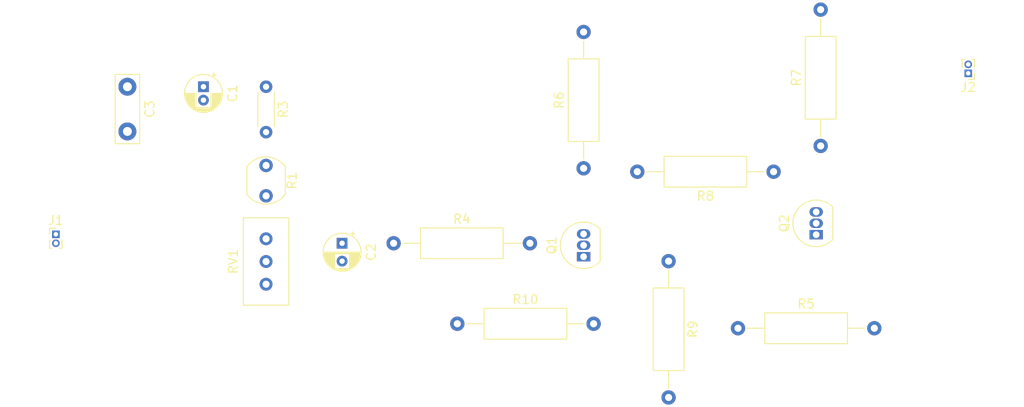
<source format=kicad_pcb>
(kicad_pcb (version 20240108) (generator "pcbnew") (generator_version "8.0")
  (layers (0 "F.Cu" jumper) (31 "B.Cu" signal) (34 "B.Paste" user) (35 "F.Paste" user) (36 "B.SilkS" user "B.Silkscreen") (37 "F.SilkS" user "F.Silkscreen") (38 "B.Mask" user) (39 "F.Mask" user) (44 "Edge.Cuts" user))
  (net 0 "")
  (net 1 "Net-(Q1-B)")
  (net 2 "Net-(Q1-C)")
  (net 3 "Net-(Q2-B)")
  (net 4 "/Vout -")
  (net 5 "Net-(R1-Pad1)")
  (net 6 "Net-(C2-Pad1)")
  (net 8 "Net-(R10-Pad2)")
  (net 9 "Net-(Q1-E)")
  (net 10 "+3.3V")
  (net 11 "GND")
  (footprint "Resistor_THT:R_Axial_DIN0309_L9.0mm_D3.2mm_P15.24mm_Horizontal" (layer "F.Cu") (at 111.76 88.5)
    (property "Reference" "R4" (at 7.62 -2.72 0) (layer "F.SilkS"))
    (property "Value" "22k")
    (fp_line (start 1.04 0) (end 3 0) (stroke (width 0.12)) (layer "F.SilkS"))
    (fp_line (start 3 -1.72) (end 3 1.72) (stroke (width 0.12)) (layer "F.SilkS"))
    (fp_line (start 3 1.72) (end 12.24 1.72) (stroke (width 0.12)) (layer "F.SilkS"))
    (fp_line (start 12.24 -1.72) (end 3 -1.72) (stroke (width 0.12)) (layer "F.SilkS"))
    (fp_line (start 12.24 1.72) (end 12.24 -1.72) (stroke (width 0.12)) (layer "F.SilkS"))
    (fp_line (start 14.2 0) (end 12.24 0) (stroke (width 0.12)) (layer "F.SilkS"))
    (pad "1" thru_hole circle (at 0 0) (size 1.6 1.6) (drill 0.8) (layers "*.Cu" "*.Mask") (net 6 "Net-(C2-Pad1)"))
    (pad "2" thru_hole oval (at 15.24 0) (size 1.6 1.6) (drill 0.8) (layers "*.Cu" "*.Mask") (net 1 "Net-(Q1-B)"))
  )
  (footprint "Resistor_THT:R_Axial_DIN0309_L9.0mm_D3.2mm_P15.24mm_Horizontal" (layer "F.Cu") (at 150.26 98)
    (property "Reference" "R5" (at 7.62 -2.72 0) (layer "F.SilkS"))
    (property "Value" "R")
    (fp_line (start 1.04 0) (end 3 0) (stroke (width 0.12)) (layer "F.SilkS"))
    (fp_line (start 3 -1.72) (end 3 1.72) (stroke (width 0.12)) (layer "F.SilkS"))
    (fp_line (start 3 1.72) (end 12.24 1.72) (stroke (width 0.12)) (layer "F.SilkS"))
    (fp_line (start 12.24 -1.72) (end 3 -1.72) (stroke (width 0.12)) (layer "F.SilkS"))
    (fp_line (start 12.24 1.72) (end 12.24 -1.72) (stroke (width 0.12)) (layer "F.SilkS"))
    (fp_line (start 14.2 0) (end 12.24 0) (stroke (width 0.12)) (layer "F.SilkS"))
    (pad "1" thru_hole circle (at 0 0) (size 1.6 1.6) (drill 0.8) (layers "*.Cu" "*.Mask") (net 8 "Net-(R10-Pad2)"))
    (pad "2" thru_hole oval (at 15.24 0) (size 1.6 1.6) (drill 0.8) (layers "*.Cu" "*.Mask") (net 4 "/Vout -"))
  )
  (footprint "Capacitor_THT:C_Disc_D7.5mm_W2.5mm_P5.00mm" (layer "F.Cu") (at 82 71 -90)
    (property "Reference" "C3" (at 2.5 -2.5 90) (layer "F.SilkS"))
    (property "Value" "104n")
    (fp_line (start -1.37 1.37) (end 6.37 1.37) (stroke (width 0.12)) (layer "F.SilkS"))
    (fp_line (start -1.37 -1.37) (end -1.37 1.37) (stroke (width 0.12)) (layer "F.SilkS"))
    (fp_line (start -1.37 -1.37) (end 6.37 -1.37) (stroke (width 0.12)) (layer "F.SilkS"))
    (fp_line (start 6.37 -1.37) (end 6.37 1.37) (stroke (width 0.12)) (layer "F.SilkS"))
    (pad "1" thru_hole circle (at 0 0 270) (size 2 2) (drill 1) (layers "*.Cu" "*.Mask") (net 10 "+3.3V"))
    (pad "2" thru_hole circle (at 5 0 270) (size 2 2) (drill 1) (layers "*.Cu" "*.Mask") (net 11 "GND"))
  )
  (footprint "Connector_PinHeader_1.00mm:PinHeader_1x02_P1.00mm_Vertical" (layer "F.Cu") (at 74 87.5)
    (property "Reference" "J1" (at 0 -1.56 360) (layer "F.SilkS"))
    (property "Value" "Conn_01x02_Pin")
    (fp_line (start -0.695 -0.685) (end 0 -0.685) (stroke (width 0.12)) (layer "F.SilkS"))
    (fp_line (start -0.695 0) (end -0.695 -0.685) (stroke (width 0.12)) (layer "F.SilkS"))
    (fp_line (start -0.695 0.685) (end -0.695 1.56) (stroke (width 0.12)) (layer "F.SilkS"))
    (fp_line (start -0.695 0.685) (end -0.608276 0.685) (stroke (width 0.12)) (layer "F.SilkS"))
    (fp_line (start -0.695 1.56) (end -0.394493 1.56) (stroke (width 0.12)) (layer "F.SilkS"))
    (fp_line (start 0.394493 1.56) (end 0.695 1.56) (stroke (width 0.12)) (layer "F.SilkS"))
    (fp_line (start 0.608276 0.685) (end 0.695 0.685) (stroke (width 0.12)) (layer "F.SilkS"))
    (fp_line (start 0.695 0.685) (end 0.695 1.56) (stroke (width 0.12)) (layer "F.SilkS"))
    (pad "1" thru_hole rect (at 0 0) (size 0.85 0.85) (drill 0.5) (layers "*.Cu" "*.Mask") (net 10 "+3.3V"))
    (pad "2" thru_hole oval (at 0 1) (size 0.85 0.85) (drill 0.5) (layers "*.Cu" "*.Mask") (net 11 "GND"))
  )
  (footprint "Resistor_THT:R_Axial_DIN0309_L9.0mm_D3.2mm_P15.24mm_Horizontal" (layer "F.Cu") (at 118.88 97.5)
    (property "Reference" "R10" (at 7.62 -2.72 0) (layer "F.SilkS"))
    (property "Value" "R")
    (fp_line (start 1.04 0) (end 3 0) (stroke (width 0.12)) (layer "F.SilkS"))
    (fp_line (start 3 -1.72) (end 3 1.72) (stroke (width 0.12)) (layer "F.SilkS"))
    (fp_line (start 3 1.72) (end 12.24 1.72) (stroke (width 0.12)) (layer "F.SilkS"))
    (fp_line (start 12.24 -1.72) (end 3 -1.72) (stroke (width 0.12)) (layer "F.SilkS"))
    (fp_line (start 12.24 1.72) (end 12.24 -1.72) (stroke (width 0.12)) (layer "F.SilkS"))
    (fp_line (start 14.2 0) (end 12.24 0) (stroke (width 0.12)) (layer "F.SilkS"))
    (pad "1" thru_hole circle (at 0 0) (size 1.6 1.6) (drill 0.8) (layers "*.Cu" "*.Mask") (net 1 "Net-(Q1-B)"))
    (pad "2" thru_hole oval (at 15.24 0) (size 1.6 1.6) (drill 0.8) (layers "*.Cu" "*.Mask") (net 8 "Net-(R10-Pad2)"))
  )
  (footprint "Resistor_THT:R_Axial_DIN0204_L3.6mm_D1.6mm_P5.08mm_Horizontal" (layer "F.Cu") (at 97.5 71 -90)
    (property "Reference" "R3" (at 2.54 -1.92 90) (layer "F.SilkS"))
    (property "Value" "10k")
    (fp_line (start 0.62 0.92) (end 4.46 0.92) (stroke (width 0.12)) (layer "F.SilkS"))
    (fp_line (start 0.62 -0.92) (end 4.46 -0.92) (stroke (width 0.12)) (layer "F.SilkS"))
    (pad "1" thru_hole circle (at 0 0 270) (size 1.4 1.4) (drill 0.7) (layers "*.Cu" "*.Mask") (net 10 "+3.3V"))
    (pad "2" thru_hole oval (at 5.08 0 270) (size 1.4 1.4) (drill 0.7) (layers "*.Cu" "*.Mask") (net 5 "Net-(R1-Pad1)"))
  )
  (footprint "Package_TO_SOT_THT:TO-92_Inline" (layer "F.Cu") (at 133 90 90)
    (property "Reference" "Q1" (at 1.27 -3.56 270) (layer "F.SilkS"))
    (property "Value" "PN2222A")
    (fp_line (start -0.53 1.85) (end 3.07 1.85) (stroke (width 0.12)) (layer "F.SilkS"))
    (fp_arc (start 1.27 -2.6) (mid 3.672087 -0.994977) (end 3.108478 1.838478) (stroke (width 0.12)) (layer "F.SilkS"))
    (fp_arc (start -0.568478 1.838478) (mid -1.132087 -0.994977) (end 1.27 -2.6) (stroke (width 0.12)) (layer "F.SilkS"))
    (pad "1" thru_hole rect (at 0 0 90) (size 1.05 1.5) (drill 0.75) (layers "*.Cu" "*.Mask") (net 9 "Net-(Q1-E)"))
    (pad "2" thru_hole oval (at 1.27 0 90) (size 1.05 1.5) (drill 0.75) (layers "*.Cu" "*.Mask") (net 1 "Net-(Q1-B)"))
    (pad "3" thru_hole oval (at 2.54 0 90) (size 1.05 1.5) (drill 0.75) (layers "*.Cu" "*.Mask") (net 2 "Net-(Q1-C)"))
  )
  (footprint "Resistor_THT:R_Axial_DIN0309_L9.0mm_D3.2mm_P15.24mm_Horizontal" (layer "F.Cu") (at 159.5 77.62 90)
    (property "Reference" "R7" (at 7.62 -2.72 270) (layer "F.SilkS"))
    (property "Value" "10k")
    (fp_line (start 12.24 -1.72) (end 3 -1.72) (stroke (width 0.12)) (layer "F.SilkS"))
    (fp_line (start 3 -1.72) (end 3 1.72) (stroke (width 0.12)) (layer "F.SilkS"))
    (fp_line (start 14.2 0) (end 12.24 0) (stroke (width 0.12)) (layer "F.SilkS"))
    (fp_line (start 1.04 0) (end 3 0) (stroke (width 0.12)) (layer "F.SilkS"))
    (fp_line (start 12.24 1.72) (end 12.24 -1.72) (stroke (width 0.12)) (layer "F.SilkS"))
    (fp_line (start 3 1.72) (end 12.24 1.72) (stroke (width 0.12)) (layer "F.SilkS"))
    (pad "1" thru_hole circle (at 0 0 90) (size 1.6 1.6) (drill 0.8) (layers "*.Cu" "*.Mask") (net 4 "/Vout -"))
    (pad "2" thru_hole oval (at 15.24 0 90) (size 1.6 1.6) (drill 0.8) (layers "*.Cu" "*.Mask") (net 10 "+3.3V"))
  )
  (footprint "Resistor_THT:R_Axial_DIN0309_L9.0mm_D3.2mm_P15.24mm_Horizontal" (layer "F.Cu") (at 133 80.12 90)
    (property "Reference" "R6" (at 7.62 -2.72 270) (layer "F.SilkS"))
    (property "Value" "12k")
    (fp_line (start 12.24 -1.72) (end 3 -1.72) (stroke (width 0.12)) (layer "F.SilkS"))
    (fp_line (start 3 -1.72) (end 3 1.72) (stroke (width 0.12)) (layer "F.SilkS"))
    (fp_line (start 14.2 0) (end 12.24 0) (stroke (width 0.12)) (layer "F.SilkS"))
    (fp_line (start 1.04 0) (end 3 0) (stroke (width 0.12)) (layer "F.SilkS"))
    (fp_line (start 12.24 1.72) (end 12.24 -1.72) (stroke (width 0.12)) (layer "F.SilkS"))
    (fp_line (start 3 1.72) (end 12.24 1.72) (stroke (width 0.12)) (layer "F.SilkS"))
    (pad "1" thru_hole circle (at 0 0 90) (size 1.6 1.6) (drill 0.8) (layers "*.Cu" "*.Mask") (net 2 "Net-(Q1-C)"))
    (pad "2" thru_hole oval (at 15.24 0 90) (size 1.6 1.6) (drill 0.8) (layers "*.Cu" "*.Mask") (net 10 "+3.3V"))
  )
  (footprint "OptoDevice:R_LDR_5.1x4.3mm_P3.4mm_Vertical" (layer "F.Cu") (at 97.5 79.8 -90)
    (property "Reference" "R1" (at 1.7 -2.9 90) (layer "F.SilkS"))
    (property "Value" "50k")
    (fp_line (start 0.15 2.15) (end 3.2 2.15) (stroke (width 0.12)) (layer "F.SilkS"))
    (fp_line (start 0.15 -2.15) (end 3.2 -2.15) (stroke (width 0.12)) (layer "F.SilkS"))
    (fp_arc (start 0.15 2.15) (mid -0.950438 -0.013368) (end 0.171766 -2.165525) (stroke (width 0.12)) (layer "F.SilkS"))
    (fp_arc (start 3.2 -2.15) (mid 4.321403 -0.027338) (end 3.244513 2.118249) (stroke (width 0.12)) (layer "F.SilkS"))
    (pad "1" thru_hole circle (at 0 0 270) (size 1.5 1.5) (drill 0.8) (layers "*.Cu" "*.Mask") (net 5 "Net-(R1-Pad1)"))
    (pad "2" thru_hole circle (at 3.4 0 270) (size 1.5 1.5) (drill 0.8) (layers "*.Cu" "*.Mask") (net 6 "Net-(C2-Pad1)"))
  )
  (footprint "Potentiometer_THT:Potentiometer_Bourns_3296W_Vertical" (layer "F.Cu") (at 97.5 88 90)
    (property "Reference" "RV1" (at -2.54 -3.66 270) (layer "F.SilkS"))
    (property "Value" "50k")
    (fp_line (start 2.345 -2.53) (end 2.345 2.54) (stroke (width 0.12)) (layer "F.SilkS"))
    (fp_line (start -7.425 -2.53) (end 2.345 -2.53) (stroke (width 0.12)) (layer "F.SilkS"))
    (fp_line (start -7.425 -2.53) (end -7.425 2.54) (stroke (width 0.12)) (layer "F.SilkS"))
    (fp_line (start -7.425 2.54) (end 2.345 2.54) (stroke (width 0.12)) (layer "F.SilkS"))
    (pad "1" thru_hole circle (at 0 0 90) (size 1.44 1.44) (drill 0.8) (layers "*.Cu" "*.Mask") (net 6 "Net-(C2-Pad1)"))
    (pad "2" thru_hole circle (at -2.54 0 90) (size 1.44 1.44) (drill 0.8) (layers "*.Cu" "*.Mask") (net 11 "GND"))
    (pad "3" thru_hole circle (at -5.08 0 90) (size 1.44 1.44) (drill 0.8) (layers "*.Cu" "*.Mask"))
  )
  (footprint "Resistor_THT:R_Axial_DIN0309_L9.0mm_D3.2mm_P15.24mm_Horizontal" (layer "F.Cu") (at 154.24 80.5 180)
    (property "Reference" "R8" (at 7.62 -2.72 180) (layer "F.SilkS"))
    (property "Value" "22k")
    (fp_line (start 14.2 0) (end 12.24 0) (stroke (width 0.12)) (layer "F.SilkS"))
    (fp_line (start 12.24 1.72) (end 12.24 -1.72) (stroke (width 0.12)) (layer "F.SilkS"))
    (fp_line (start 12.24 -1.72) (end 3 -1.72) (stroke (width 0.12)) (layer "F.SilkS"))
    (fp_line (start 3 1.72) (end 12.24 1.72) (stroke (width 0.12)) (layer "F.SilkS"))
    (fp_line (start 3 -1.72) (end 3 1.72) (stroke (width 0.12)) (layer "F.SilkS"))
    (fp_line (start 1.04 0) (end 3 0) (stroke (width 0.12)) (layer "F.SilkS"))
    (pad "1" thru_hole circle (at 0 0 180) (size 1.6 1.6) (drill 0.8) (layers "*.Cu" "*.Mask") (net 3 "Net-(Q2-B)"))
    (pad "2" thru_hole oval (at 15.24 0 180) (size 1.6 1.6) (drill 0.8) (layers "*.Cu" "*.Mask") (net 2 "Net-(Q1-C)"))
  )
  (footprint "Resistor_THT:R_Axial_DIN0309_L9.0mm_D3.2mm_P15.24mm_Horizontal" (layer "F.Cu") (at 142.5 90.5 -90)
    (property "Reference" "R9" (at 7.62 -2.72 90) (layer "F.SilkS"))
    (property "Value" "100")
    (fp_line (start 3 1.72) (end 12.24 1.72) (stroke (width 0.12)) (layer "F.SilkS"))
    (fp_line (start 12.24 1.72) (end 12.24 -1.72) (stroke (width 0.12)) (layer "F.SilkS"))
    (fp_line (start 1.04 0) (end 3 0) (stroke (width 0.12)) (layer "F.SilkS"))
    (fp_line (start 14.2 0) (end 12.24 0) (stroke (width 0.12)) (layer "F.SilkS"))
    (fp_line (start 3 -1.72) (end 3 1.72) (stroke (width 0.12)) (layer "F.SilkS"))
    (fp_line (start 12.24 -1.72) (end 3 -1.72) (stroke (width 0.12)) (layer "F.SilkS"))
    (pad "1" thru_hole circle (at 0 0 270) (size 1.6 1.6) (drill 0.8) (layers "*.Cu" "*.Mask") (net 9 "Net-(Q1-E)"))
    (pad "2" thru_hole oval (at 15.24 0 270) (size 1.6 1.6) (drill 0.8) (layers "*.Cu" "*.Mask") (net 11 "GND"))
  )
  (footprint "Capacitor_THT:CP_Radial_D4.0mm_P2.00mm" (layer "F.Cu") (at 106 88.5 -90)
    (property "Reference" "C2" (at 1 -3.25 90) (layer "F.SilkS"))
    (property "Value" "47u")
    (fp_line (start 1.2 0.84) (end 1.2 2.071) (stroke (width 0.12)) (layer "F.SilkS"))
    (fp_line (start 1.24 0.84) (end 1.24 2.067) (stroke (width 0.12)) (layer "F.SilkS"))
    (fp_line (start 1.28 0.84) (end 1.28 2.062) (stroke (width 0.12)) (layer "F.SilkS"))
    (fp_line (start 1.32 0.84) (end 1.32 2.056) (stroke (width 0.12)) (layer "F.SilkS"))
    (fp_line (start 1.36 0.84) (end 1.36 2.05) (stroke (width 0.12)) (layer "F.SilkS"))
    (fp_line (start 1.4 0.84) (end 1.4 2.042) (stroke (width 0.12)) (layer "F.SilkS"))
    (fp_line (start 1.44 0.84) (end 1.44 2.034) (stroke (width 0.12)) (layer "F.SilkS"))
    (fp_line (start 1.48 0.84) (end 1.48 2.025) (stroke (width 0.12)) (layer "F.SilkS"))
    (fp_line (start 1.52 0.84) (end 1.52 2.016) (stroke (width 0.12)) (layer "F.SilkS"))
    (fp_line (start 1.56 0.84) (end 1.56 2.005) (stroke (width 0.12)) (layer "F.SilkS"))
    (fp_line (start 1.6 0.84) (end 1.6 1.994) (stroke (width 0.12)) (layer "F.SilkS"))
    (fp_line (start 1.64 0.84) (end 1.64 1.982) (stroke (width 0.12)) (layer "F.SilkS"))
    (fp_line (start 1.68 0.84) (end 1.68 1.968) (stroke (width 0.12)) (layer "F.SilkS"))
    (fp_line (start 1.721 0.84) (end 1.721 1.954) (stroke (width 0.12)) (layer "F.SilkS"))
    (fp_line (start 1.761 0.84) (end 1.761 1.94) (stroke (width 0.12)) (layer "F.SilkS"))
    (fp_line (start 1.801 0.84) (end 1.801 1.924) (stroke (width 0.12)) (layer "F.SilkS"))
    (fp_line (start 1.841 0.84) (end 1.841 1.907) (stroke (width 0.12)) (layer "F.SilkS"))
    (fp_line (start 1.881 0.84) (end 1.881 1.889) (stroke (width 0.12)) (layer "F.SilkS"))
    (fp_line (start 1.921 0.84) (end 1.921 1.87) (stroke (width 0.12)) (layer "F.SilkS"))
    (fp_line (start 1.961 0.84) (end 1.961 1.851) (stroke (width 0.12)) (layer "F.SilkS"))
    (fp_line (start 2.001 0.84) (end 2.001 1.83) (stroke (width 0.12)) (layer "F.SilkS"))
    (fp_line (start 2.041 0.84) (end 2.041 1.808) (stroke (width 0.12)) (layer "F.SilkS"))
    (fp_line (start 2.081 0.84) (end 2.081 1.785) (stroke (width 0.12)) (layer "F.SilkS"))
    (fp_line (start 2.121 0.84) (end 2.121 1.76) (stroke (width 0.12)) (layer "F.SilkS"))
    (fp_line (start 2.161 0.84) (end 2.161 1.735) (stroke (width 0.12)) (layer "F.SilkS"))
    (fp_line (start 2.201 0.84) (end 2.201 1.708) (stroke (width 0.12)) (layer "F.SilkS"))
    (fp_line (start 2.241 0.84) (end 2.241 1.68) (stroke (width 0.12)) (layer "F.SilkS"))
    (fp_line (start 2.281 0.84) (end 2.281 1.65) (stroke (width 0.12)) (layer "F.SilkS"))
    (fp_line (start 2.321 0.84) (end 2.321 1.619) (stroke (width 0.12)) (layer "F.SilkS"))
    (fp_line (start 2.361 0.84) (end 2.361 1.587) (stroke (width 0.12)) (layer "F.SilkS"))
    (fp_line (start 2.401 0.84) (end 2.401 1.552) (stroke (width 0.12)) (layer "F.SilkS"))
    (fp_line (start 2.441 0.84) (end 2.441 1.516) (stroke (width 0.12)) (layer "F.SilkS"))
    (fp_line (start 2.481 0.84) (end 2.481 1.478) (stroke (width 0.12)) (layer "F.SilkS"))
    (fp_line (start 2.521 0.84) (end 2.521 1.438) (stroke (width 0.12)) (layer "F.SilkS"))
    (fp_line (start 2.561 0.84) (end 2.561 1.396) (stroke (width 0.12)) (layer "F.SilkS"))
    (fp_line (start 2.601 0.84) (end 2.601 1.351) (stroke (width 0.12)) (layer "F.SilkS"))
    (fp_line (start 2.641 0.84) (end 2.641 1.304) (stroke (width 0.12)) (layer "F.SilkS"))
    (fp_line (start 2.681 0.84) (end 2.681 1.254) (stroke (width 0.12)) (layer "F.SilkS"))
    (fp_line (start 2.721 0.84) (end 2.721 1.2) (stroke (width 0.12)) (layer "F.SilkS"))
    (fp_line (start 2.761 0.84) (end 2.761 1.142) (stroke (width 0.12)) (layer "F.SilkS"))
    (fp_line (start 2.801 0.84) (end 2.801 1.08) (stroke (width 0.12)) (layer "F.SilkS"))
    (fp_line (start 3.081 -0.37) (end 3.081 0.37) (stroke (width 0.12)) (layer "F.SilkS"))
    (fp_line (start 3.041 -0.537) (end 3.041 0.537) (stroke (width 0.12)) (layer "F.SilkS"))
    (fp_line (start 3.001 -0.664) (end 3.001 0.664) (stroke (width 0.12)) (layer "F.SilkS"))
    (fp_line (start 2.961 -0.768) (end 2.961 0.768) (stroke (width 0.12)) (layer "F.SilkS"))
    (fp_line (start 2.921 -0.859) (end 2.921 0.859) (stroke (width 0.12)) (layer "F.SilkS"))
    (fp_line (start 2.881 -0.94) (end 2.881 0.94) (stroke (width 0.12)) (layer "F.SilkS"))
    (fp_line (start 2.841 -1.013) (end 2.841 1.013) (stroke (width 0.12)) (layer "F.SilkS"))
    (fp_line (start 2.801 -1.08) (end 2.801 -0.84) (stroke (width 0.12)) (layer "F.SilkS"))
    (fp_line (start 2.761 -1.142) (end 2.761 -0.84) (stroke (width 0.12)) (layer "F.SilkS"))
    (fp_line (start -1.269801 -1.195) (end -0.869801 -1.195) (stroke (width 0.12)) (layer "F.SilkS"))
    (fp_line (start 2.721 -1.2) (end 2.721 -0.84) (stroke (width 0.12)) (layer "F.SilkS"))
    (fp_line (start 2.681 -1.254) (end 2.681 -0.84) (stroke (width 0.12)) (layer "F.SilkS"))
    (fp_line (start 2.641 -1.304) (end 2.641 -0.84) (stroke (width 0.12)) (layer "F.SilkS"))
    (fp_line (start 2.601 -1.351) (end 2.601 -0.84) (stroke (width 0.12)) (layer "F.SilkS"))
    (fp_line (start -1.069801 -1.395) (end -1.069801 -0.995) (stroke (width 0.12)) (layer "F.SilkS"))
    (fp_line (start 2.561 -1.396) (end 2.561 -0.84) (stroke (width 0.12)) (layer "F.SilkS"))
    (fp_line (start 2.521 -1.438) (end 2.521 -0.84) (stroke (width 0.12)) (layer "F.SilkS"))
    (fp_line (start 2.481 -1.478) (end 2.481 -0.84) (stroke (width 0.12)) (layer "F.SilkS"))
    (fp_line (start 2.441 -1.516) (end 2.441 -0.84) (stroke (width 0.12)) (layer "F.SilkS"))
    (fp_line (start 2.401 -1.552) (end 2.401 -0.84) (stroke (width 0.12)) (layer "F.SilkS"))
    (fp_line (start 2.361 -1.587) (end 2.361 -0.84) (stroke (width 0.12)) (layer "F.SilkS"))
    (fp_line (start 2.321 -1.619) (end 2.321 -0.84) (stroke (width 0.12)) (layer "F.SilkS"))
    (fp_line (start 2.281 -1.65) (end 2.281 -0.84) (stroke (width 0.12)) (layer "F.SilkS"))
    (fp_line (start 2.241 -1.68) (end 2.241 -0.84) (stroke (width 0.12)) (layer "F.SilkS"))
    (fp_line (start 2.201 -1.708) (end 2.201 -0.84) (stroke (width 0.12)) (layer "F.SilkS"))
    (fp_line (start 2.161 -1.735) (end 2.161 -0.84) (stroke (width 0.12)) (layer "F.SilkS"))
    (fp_line (start 2.121 -1.76) (end 2.121 -0.84) (stroke (width 0.12)) (layer "F.SilkS"))
    (fp_line (start 2.081 -1.785) (end 2.081 -0.84) (stroke (width 0.12)) (layer "F.SilkS"))
    (fp_line (start 2.041 -1.808) (end 2.041 -0.84) (stroke (width 0.12)) (layer "F.SilkS"))
    (fp_line (start 2.001 -1.83) (end 2.001 -0.84) (stroke (width 0.12)) (layer "F.SilkS"))
    (fp_line (start 1.961 -1.851) (end 1.961 -0.84) (stroke (width 0.12)) (layer "F.SilkS"))
    (fp_line (start 1.921 -1.87) (end 1.921 -0.84) (stroke (width 0.12)) (layer "F.SilkS"))
    (fp_line (start 1.881 -1.889) (end 1.881 -0.84) (stroke (width 0.12)) (layer "F.SilkS"))
    (fp_line (start 1.841 -1.907) (end 1.841 -0.84) (stroke (width 0.12)) (layer "F.SilkS"))
    (fp_line (start 1.801 -1.924) (end 1.801 -0.84) (stroke (width 0.12)) (layer "F.SilkS"))
    (fp_line (start 1.761 -1.94) (end 1.761 -0.84) (stroke (width 0.12)) (layer "F.SilkS"))
    (fp_line (start 1.721 -1.954) (end 1.721 -0.84) (stroke (width 0.12)) (layer "F.SilkS"))
    (fp_line (start 1.68 -1.968) (end 1.68 -0.84) (stroke (width 0.12)) (layer "F.SilkS"))
    (fp_line (start 1.64 -1.982) (end 1.64 -0.84) (stroke (width 0.12)) (layer "F.SilkS"))
    (fp_line (start 1.6 -1.994) (end 1.6 -0.84) (stroke (width 0.12)) (layer "F.SilkS"))
    (fp_line (start 1.56 -2.005) (end 1.56 -0.84) (stroke (width 0.12)) (layer "F.SilkS"))
    (fp_line (start 1.52 -2.016) (end 1.52 -0.84) (stroke (width 0.12)) (layer "F.SilkS"))
    (fp_line (start 1.48 -2.025) (end 1.48 -0.84) (stroke (width 0.12)) (layer "F.SilkS"))
    (fp_line (start 1.44 -2.034) (end 1.44 -0.84) (stroke (width 0.12)) (layer "F.SilkS"))
    (fp_line (start 1.4 -2.042) (end 1.4 -0.84) (stroke (width 0.12)) (layer "F.SilkS"))
    (fp_line (start 1.36 -2.05) (end 1.36 -0.84) (stroke (width 0.12)) (layer "F.SilkS"))
    (fp_line (start 1.32 -2.056) (end 1.32 -0.84) (stroke (width 0.12)) (layer "F.SilkS"))
    (fp_line (start 1.28 -2.062) (end 1.28 -0.84) (stroke (width 0.12)) (layer "F.SilkS"))
    (fp_line (start 1.24 -2.067) (end 1.24 -0.84) (stroke (width 0.12)) (layer "F.SilkS"))
    (fp_line (start 1.2 -2.071) (end 1.2 -0.84) (stroke (width 0.12)) (layer "F.SilkS"))
    (fp_line (start 1.16 -2.074) (end 1.16 2.074) (stroke (width 0.12)) (layer "F.SilkS"))
    (fp_line (start 1.12 -2.077) (end 1.12 2.077) (stroke (width 0.12)) (layer "F.SilkS"))
    (fp_line (start 1.08 -2.079) (end 1.08 2.079) (stroke (width 0.12)) (layer "F.SilkS"))
    (fp_line (start 1 -2.08) (end 1 2.08) (stroke (width 0.12)) (layer "F.SilkS"))
    (fp_line (start 1.04 -2.08) (end 1.04 2.08) (stroke (width 0.12)) (layer "F.SilkS"))
    (fp_circle (center 1 0) (end 3.12 0) (stroke (width 0.12)) (fill none) (layer "F.SilkS"))
    (pad "1" thru_hole rect (at 0 0 270) (size 1.2 1.2) (drill 0.6) (layers "*.Cu" "*.Mask") (net 6 "Net-(C2-Pad1)"))
    (pad "2" thru_hole circle (at 2 0 270) (size 1.2 1.2) (drill 0.6) (layers "*.Cu" "*.Mask") (net 11 "GND"))
  )
  (footprint "Capacitor_THT:CP_Radial_D4.0mm_P1.50mm" (layer "F.Cu") (at 90.5 71 -90)
    (property "Reference" "C1" (at 0.75 -3.25 90) (layer "F.SilkS"))
    (property "Value" "100u")
    (fp_line (start 0.75 0.84) (end 0.75 2.08) (stroke (width 0.12)) (layer "F.SilkS"))
    (fp_line (start 0.79 0.84) (end 0.79 2.08) (stroke (width 0.12)) (layer "F.SilkS"))
    (fp_line (start 0.83 0.84) (end 0.83 2.079) (stroke (width 0.12)) (layer "F.SilkS"))
    (fp_line (start 0.87 0.84) (end 0.87 2.077) (stroke (width 0.12)) (layer "F.SilkS"))
    (fp_line (start 0.91 0.84) (end 0.91 2.074) (stroke (width 0.12)) (layer "F.SilkS"))
    (fp_line (start 0.95 0.84) (end 0.95 2.071) (stroke (width 0.12)) (layer "F.SilkS"))
    (fp_line (start 0.99 0.84) (end 0.99 2.067) (stroke (width 0.12)) (layer "F.SilkS"))
    (fp_line (start 1.03 0.84) (end 1.03 2.062) (stroke (width 0.12)) (layer "F.SilkS"))
    (fp_line (start 1.07 0.84) (end 1.07 2.056) (stroke (width 0.12)) (layer "F.SilkS"))
    (fp_line (start 1.11 0.84) (end 1.11 2.05) (stroke (width 0.12)) (layer "F.SilkS"))
    (fp_line (start 1.15 0.84) (end 1.15 2.042) (stroke (width 0.12)) (layer "F.SilkS"))
    (fp_line (start 1.19 0.84) (end 1.19 2.034) (stroke (width 0.12)) (layer "F.SilkS"))
    (fp_line (start 1.23 0.84) (end 1.23 2.025) (stroke (width 0.12)) (layer "F.SilkS"))
    (fp_line (start 1.27 0.84) (end 1.27 2.016) (stroke (width 0.12)) (layer "F.SilkS"))
    (fp_line (start 1.31 0.84) (end 1.31 2.005) (stroke (width 0.12)) (layer "F.SilkS"))
    (fp_line (start 1.35 0.84) (end 1.35 1.994) (stroke (width 0.12)) (layer "F.SilkS"))
    (fp_line (start 1.39 0.84) (end 1.39 1.982) (stroke (width 0.12)) (layer "F.SilkS"))
    (fp_line (start 1.43 0.84) (end 1.43 1.968) (stroke (width 0.12)) (layer "F.SilkS"))
    (fp_line (start 1.471 0.84) (end 1.471 1.954) (stroke (width 0.12)) (layer "F.SilkS"))
    (fp_line (start 1.511 0.84) (end 1.511 1.94) (stroke (width 0.12)) (layer "F.SilkS"))
    (fp_line (start 1.551 0.84) (end 1.551 1.924) (stroke (width 0.12)) (layer "F.SilkS"))
    (fp_line (start 1.591 0.84) (end 1.591 1.907) (stroke (width 0.12)) (layer "F.SilkS"))
    (fp_line (start 1.631 0.84) (end 1.631 1.889) (stroke (width 0.12)) (layer "F.SilkS"))
    (fp_line (start 1.671 0.84) (end 1.671 1.87) (stroke (width 0.12)) (layer "F.SilkS"))
    (fp_line (start 1.711 0.84) (end 1.711 1.851) (stroke (width 0.12)) (layer "F.SilkS"))
    (fp_line (start 1.751 0.84) (end 1.751 1.83) (stroke (width 0.12)) (layer "F.SilkS"))
    (fp_line (start 1.791 0.84) (end 1.791 1.808) (stroke (width 0.12)) (layer "F.SilkS"))
    (fp_line (start 1.831 0.84) (end 1.831 1.785) (stroke (width 0.12)) (layer "F.SilkS"))
    (fp_line (start 1.871 0.84) (end 1.871 1.76) (stroke (width 0.12)) (layer "F.SilkS"))
    (fp_line (start 1.911 0.84) (end 1.911 1.735) (stroke (width 0.12)) (layer "F.SilkS"))
    (fp_line (start 1.951 0.84) (end 1.951 1.708) (stroke (width 0.12)) (layer "F.SilkS"))
    (fp_line (start 1.991 0.84) (end 1.991 1.68) (stroke (width 0.12)) (layer "F.SilkS"))
    (fp_line (start 2.031 0.84) (end 2.031 1.65) (stroke (width 0.12)) (layer "F.SilkS"))
    (fp_line (start 2.071 0.84) (end 2.071 1.619) (stroke (width 0.12)) (layer "F.SilkS"))
    (fp_line (start 2.111 0.84) (end 2.111 1.587) (stroke (width 0.12)) (layer "F.SilkS"))
    (fp_line (start 2.151 0.84) (end 2.151 1.552) (stroke (width 0.12)) (layer "F.SilkS"))
    (fp_line (start 2.191 0.84) (end 2.191 1.516) (stroke (width 0.12)) (layer "F.SilkS"))
    (fp_line (start 2.231 0.84) (end 2.231 1.478) (stroke (width 0.12)) (layer "F.SilkS"))
    (fp_line (start 2.271 0.84) (end 2.271 1.438) (stroke (width 0.12)) (layer "F.SilkS"))
    (fp_line (start 2.311 0.84) (end 2.311 1.396) (stroke (width 0.12)) (layer "F.SilkS"))
    (fp_line (start 2.831 -0.37) (end 2.831 0.37) (stroke (width 0.12)) (layer "F.SilkS"))
    (fp_line (start 2.791 -0.537) (end 2.791 0.537) (stroke (width 0.12)) (layer "F.SilkS"))
    (fp_line (start 2.751 -0.664) (end 2.751 0.664) (stroke (width 0.12)) (layer "F.SilkS"))
    (fp_line (start 2.711 -0.768) (end 2.711 0.768) (stroke (width 0.12)) (layer "F.SilkS"))
    (fp_line (start 2.671 -0.859) (end 2.671 0.859) (stroke (width 0.12)) (layer "F.SilkS"))
    (fp_line (start 2.631 -0.94) (end 2.631 0.94) (stroke (width 0.12)) (layer "F.SilkS"))
    (fp_line (start 2.591 -1.013) (end 2.591 1.013) (stroke (width 0.12)) (layer "F.SilkS"))
    (fp_line (start 2.551 -1.08) (end 2.551 1.08) (stroke (width 0.12)) (layer "F.SilkS"))
    (fp_line (start 2.511 -1.142) (end 2.511 1.142) (stroke (width 0.12)) (layer "F.SilkS"))
    (fp_line (start -1.519801 -1.195) (end -1.119801 -1.195) (stroke (width 0.12)) (layer "F.SilkS"))
    (fp_line (start 2.471 -1.2) (end 2.471 1.2) (stroke (width 0.12)) (layer "F.SilkS"))
    (fp_line (start 2.431 -1.254) (end 2.431 1.254) (stroke (width 0.12)) (layer "F.SilkS"))
    (fp_line (start 2.391 -1.304) (end 2.391 1.304) (stroke (width 0.12)) (layer "F.SilkS"))
    (fp_line (start 2.351 -1.351) (end 2.351 1.351) (stroke (width 0.12)) (layer "F.SilkS"))
    (fp_line (start -1.319801 -1.395) (end -1.319801 -0.995) (stroke (width 0.12)) (layer "F.SilkS"))
    (fp_line (start 2.311 -1.396) (end 2.311 -0.84) (stroke (width 0.12)) (layer "F.SilkS"))
    (fp_line (start 2.271 -1.438) (end 2.271 -0.84) (stroke (width 0.12)) (layer "F.SilkS"))
    (fp_line (start 2.231 -1.478) (end 2.231 -0.84) (stroke (width 0.12)) (layer "F.SilkS"))
    (fp_line (start 2.191 -1.516) (end 2.191 -0.84) (stroke (width 0.12)) (layer "F.SilkS"))
    (fp_line (start 2.151 -1.552) (end 2.151 -0.84) (stroke (width 0.12)) (layer "F.SilkS"))
    (fp_line (start 2.111 -1.587) (end 2.111 -0.84) (stroke (width 0.12)) (layer "F.SilkS"))
    (fp_line (start 2.071 -1.619) (end 2.071 -0.84) (stroke (width 0.12)) (layer "F.SilkS"))
    (fp_line (start 2.031 -1.65) (end 2.031 -0.84) (stroke (width 0.12)) (layer "F.SilkS"))
    (fp_line (start 1.991 -1.68) (end 1.991 -0.84) (stroke (width 0.12)) (layer "F.SilkS"))
    (fp_line (start 1.951 -1.708) (end 1.951 -0.84) (stroke (width 0.12)) (layer "F.SilkS"))
    (fp_line (start 1.911 -1.735) (end 1.911 -0.84) (stroke (width 0.12)) (layer "F.SilkS"))
    (fp_line (start 1.871 -1.76) (end 1.871 -0.84) (stroke (width 0.12)) (layer "F.SilkS"))
    (fp_line (start 1.831 -1.785) (end 1.831 -0.84) (stroke (width 0.12)) (layer "F.SilkS"))
    (fp_line (start 1.791 -1.808) (end 1.791 -0.84) (stroke (width 0.12)) (layer "F.SilkS"))
    (fp_line (start 1.751 -1.83) (end 1.751 -0.84) (stroke (width 0.12)) (layer "F.SilkS"))
    (fp_line (start 1.711 -1.851) (end 1.711 -0.84) (stroke (width 0.12)) (layer "F.SilkS"))
    (fp_line (start 1.671 -1.87) (end 1.671 -0.84) (stroke (width 0.12)) (layer "F.SilkS"))
    (fp_line (start 1.631 -1.889) (end 1.631 -0.84) (stroke (width 0.12)) (layer "F.SilkS"))
    (fp_line (start 1.591 -1.907) (end 1.591 -0.84) (stroke (width 0.12)) (layer "F.SilkS"))
    (fp_line (start 1.551 -1.924) (end 1.551 -0.84) (stroke (width 0.12)) (layer "F.SilkS"))
    (fp_line (start 1.511 -1.94) (end 1.511 -0.84) (stroke (width 0.12)) (layer "F.SilkS"))
    (fp_line (start 1.471 -1.954) (end 1.471 -0.84) (stroke (width 0.12)) (layer "F.SilkS"))
    (fp_line (start 1.43 -1.968) (end 1.43 -0.84) (stroke (width 0.12)) (layer "F.SilkS"))
    (fp_line (start 1.39 -1.982) (end 1.39 -0.84) (stroke (width 0.12)) (layer "F.SilkS"))
    (fp_line (start 1.35 -1.994) (end 1.35 -0.84) (stroke (width 0.12)) (layer "F.SilkS"))
    (fp_line (start 1.31 -2.005) (end 1.31 -0.84) (stroke (width 0.12)) (layer "F.SilkS"))
    (fp_line (start 1.27 -2.016) (end 1.27 -0.84) (stroke (width 0.12)) (layer "F.SilkS"))
    (fp_line (start 1.23 -2.025) (end 1.23 -0.84) (stroke (width 0.12)) (layer "F.SilkS"))
    (fp_line (start 1.19 -2.034) (end 1.19 -0.84) (stroke (width 0.12)) (layer "F.SilkS"))
    (fp_line (start 1.15 -2.042) (end 1.15 -0.84) (stroke (width 0.12)) (layer "F.SilkS"))
    (fp_line (start 1.11 -2.05) (end 1.11 -0.84) (stroke (width 0.12)) (layer "F.SilkS"))
    (fp_line (start 1.07 -2.056) (end 1.07 -0.84) (stroke (width 0.12)) (layer "F.SilkS"))
    (fp_line (start 1.03 -2.062) (end 1.03 -0.84) (stroke (width 0.12)) (layer "F.SilkS"))
    (fp_line (start 0.99 -2.067) (end 0.99 -0.84) (stroke (width 0.12)) (layer "F.SilkS"))
    (fp_line (start 0.95 -2.071) (end 0.95 -0.84) (stroke (width 0.12)) (layer "F.SilkS"))
    (fp_line (start 0.91 -2.074) (end 0.91 -0.84) (stroke (width 0.12)) (layer "F.SilkS"))
    (fp_line (start 0.87 -2.077) (end 0.87 -0.84) (stroke (width 0.12)) (layer "F.SilkS"))
    (fp_line (start 0.83 -2.079) (end 0.83 -0.84) (stroke (width 0.12)) (layer "F.SilkS"))
    (fp_line (start 0.75 -2.08) (end 0.75 -0.84) (stroke (width 0.12)) (layer "F.SilkS"))
    (fp_line (start 0.79 -2.08) (end 0.79 -0.84) (stroke (width 0.12)) (layer "F.SilkS"))
    (fp_circle (center 0.75 0) (end 2.87 0) (stroke (width 0.12)) (fill none) (layer "F.SilkS"))
    (pad "1" thru_hole rect (at 0 0 270) (size 1.2 1.2) (drill 0.6) (layers "*.Cu" "*.Mask") (net 10 "+3.3V"))
    (pad "2" thru_hole circle (at 1.5 0 270) (size 1.2 1.2) (drill 0.6) (layers "*.Cu" "*.Mask") (net 11 "GND"))
  )
  (footprint "Package_TO_SOT_THT:TO-92_Inline" (layer "F.Cu") (at 159 87.54 90)
    (property "Reference" "Q2" (at 1.27 -3.56 270) (layer "F.SilkS"))
    (property "Value" "PN2222A")
    (fp_line (start -0.53 1.85) (end 3.07 1.85) (stroke (width 0.12)) (layer "F.SilkS"))
    (fp_arc (start 1.27 -2.6) (mid 3.672087 -0.994977) (end 3.108478 1.838478) (stroke (width 0.12)) (layer "F.SilkS"))
    (fp_arc (start -0.568478 1.838478) (mid -1.132087 -0.994977) (end 1.27 -2.6) (stroke (width 0.12)) (layer "F.SilkS"))
    (pad "1" thru_hole rect (at 0 0 90) (size 1.05 1.5) (drill 0.75) (layers "*.Cu" "*.Mask") (net 9 "Net-(Q1-E)"))
    (pad "2" thru_hole oval (at 1.27 0 90) (size 1.05 1.5) (drill 0.75) (layers "*.Cu" "*.Mask") (net 3 "Net-(Q2-B)"))
    (pad "3" thru_hole oval (at 2.54 0 90) (size 1.05 1.5) (drill 0.75) (layers "*.Cu" "*.Mask") (net 4 "/Vout -"))
  )
  (footprint "Connector_PinHeader_1.00mm:PinHeader_1x02_P1.00mm_Vertical" (layer "F.Cu") (at 176 69.5 180)
    (property "Reference" "J2" (at 0 -1.56 180) (layer "F.SilkS"))
    (property "Value" "Conn_01x02_Pin")
    (fp_line (start 0.695 0.685) (end 0.695 1.56) (stroke (width 0.12)) (layer "F.SilkS"))
    (fp_line (start 0.608276 0.685) (end 0.695 0.685) (stroke (width 0.12)) (layer "F.SilkS"))
    (fp_line (start 0.394493 1.56) (end 0.695 1.56) (stroke (width 0.12)) (layer "F.SilkS"))
    (fp_line (start -0.695 1.56) (end -0.394493 1.56) (stroke (width 0.12)) (layer "F.SilkS"))
    (fp_line (start -0.695 0.685) (end -0.608276 0.685) (stroke (width 0.12)) (layer "F.SilkS"))
    (fp_line (start -0.695 0.685) (end -0.695 1.56) (stroke (width 0.12)) (layer "F.SilkS"))
    (fp_line (start -0.695 0) (end -0.695 -0.685) (stroke (width 0.12)) (layer "F.SilkS"))
    (fp_line (start -0.695 -0.685) (end 0 -0.685) (stroke (width 0.12)) (layer "F.SilkS"))
    (pad "1" thru_hole rect (at 0 0 180) (size 0.85 0.85) (drill 0.5) (layers "*.Cu" "*.Mask") (net 4 "/Vout -"))
    (pad "2" thru_hole oval (at 0 1 180) (size 0.85 0.85) (drill 0.5) (layers "*.Cu" "*.Mask") (net 10 "+3.3V"))
  )
)
</source>
